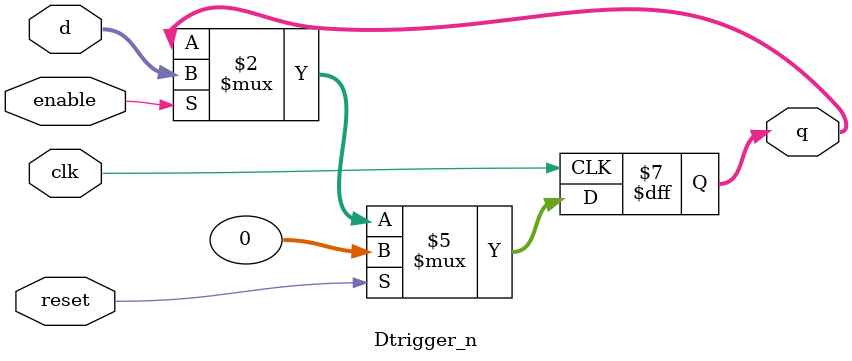
<source format=v>
module Dtrigger_n(
//outputs
q,
//inputs
clk, reset, d, enable
);
    parameter n = 32;
	input clk, reset, enable;
	input [n-1:0] d;
	output reg [n-1:0] q;
	
	always@(posedge clk)
	begin
		if (reset) q <= 0;
		else if(enable) q <= d;
	end 
	
endmodule
</source>
